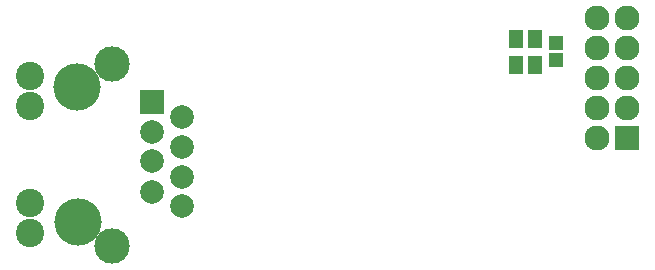
<source format=gbr>
G04 #@! TF.FileFunction,Soldermask,Bot*
%FSLAX46Y46*%
G04 Gerber Fmt 4.6, Leading zero omitted, Abs format (unit mm)*
G04 Created by KiCad (PCBNEW (2016-08-24 BZR 7090, Git 532a5fb)-product) date 10/24/16 18:33:33*
%MOMM*%
%LPD*%
G01*
G04 APERTURE LIST*
%ADD10C,0.100000*%
%ADD11C,3.999180*%
%ADD12R,2.000000X2.000000*%
%ADD13C,2.000000*%
%ADD14C,2.400000*%
%ADD15C,3.000000*%
%ADD16R,1.197560X1.197560*%
%ADD17R,2.127200X2.127200*%
%ADD18O,2.127200X2.127200*%
%ADD19R,1.300000X1.600000*%
G04 APERTURE END LIST*
D10*
D11*
X140498920Y-118199760D03*
X140450660Y-106800240D03*
D12*
X146800660Y-108100720D03*
D13*
X149350820Y-109299600D03*
X146800660Y-110600080D03*
X149350820Y-111900560D03*
X146800660Y-113099440D03*
X149350820Y-114399920D03*
X146800660Y-115700400D03*
X149350820Y-116899280D03*
D14*
X136450160Y-105850280D03*
X136450160Y-108400440D03*
X136450160Y-116599560D03*
X136450160Y-119149720D03*
D15*
X143450400Y-104849520D03*
X143450400Y-120249540D03*
D16*
X181000000Y-104549300D03*
X181000000Y-103050700D03*
D17*
X187000000Y-111160000D03*
D18*
X184460000Y-111160000D03*
X187000000Y-108620000D03*
X184460000Y-108620000D03*
X187000000Y-106080000D03*
X184460000Y-106080000D03*
X187000000Y-103540000D03*
X184460000Y-103540000D03*
X187000000Y-101000000D03*
X184460000Y-101000000D03*
D19*
X179200000Y-104900000D03*
X179200000Y-102700000D03*
X177600000Y-104900000D03*
X177600000Y-102700000D03*
M02*

</source>
